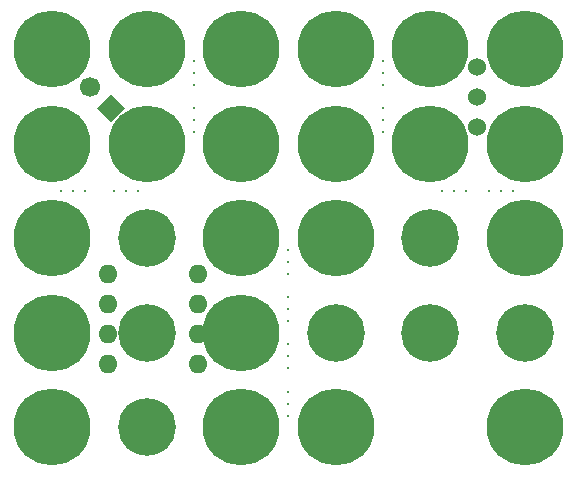
<source format=gbs>
G04 #@! TF.FileFunction,Soldermask,Bot*
%FSLAX46Y46*%
G04 Gerber Fmt 4.6, Leading zero omitted, Abs format (unit mm)*
G04 Created by KiCad (PCBNEW (2015-08-15 BZR 6092)-product) date 2/25/2016 10:40:52 PM*
%MOMM*%
G01*
G04 APERTURE LIST*
%ADD10C,0.100000*%
%ADD11C,1.700000*%
%ADD12C,6.500000*%
%ADD13C,4.876800*%
%ADD14O,1.600000X1.600000*%
%ADD15C,1.524000*%
%ADD16C,0.330200*%
G04 APERTURE END LIST*
D10*
G36*
X134000000Y-27797918D02*
X135202082Y-29000000D01*
X134000000Y-30202082D01*
X132797918Y-29000000D01*
X134000000Y-27797918D01*
X134000000Y-27797918D01*
G37*
D11*
X132203949Y-27203949D03*
D12*
X153000000Y-40000000D03*
D13*
X137000000Y-40000000D03*
D12*
X129000000Y-40000000D03*
X145000000Y-56000000D03*
X129000000Y-56000000D03*
X145000000Y-40000000D03*
D13*
X137000000Y-48000000D03*
X137000000Y-56000000D03*
D14*
X133750000Y-43000000D03*
X133750000Y-45540000D03*
X133750000Y-48080000D03*
X133750000Y-50620000D03*
X141370000Y-50620000D03*
X141370000Y-48080000D03*
X141370000Y-45540000D03*
X141370000Y-43000000D03*
D13*
X153000000Y-48000000D03*
X161000000Y-48000000D03*
D12*
X161000000Y-32000000D03*
X161000000Y-24000000D03*
X169000000Y-32000000D03*
X169000000Y-24000000D03*
D13*
X161000000Y-40000000D03*
X169000000Y-48000000D03*
D12*
X153000000Y-56000000D03*
D15*
X165000000Y-28000000D03*
X165000000Y-25460000D03*
X165000000Y-30540000D03*
D16*
X149000000Y-55016000D03*
X149000000Y-52984000D03*
X149000000Y-54000000D03*
X149000000Y-51016000D03*
X149000000Y-48984000D03*
X149000000Y-50000000D03*
X149000000Y-47016000D03*
X149000000Y-44984000D03*
X149000000Y-46000000D03*
X149000000Y-43016000D03*
X149000000Y-40984000D03*
X149000000Y-42000000D03*
D12*
X137000000Y-24000000D03*
X137000000Y-32000000D03*
X129000000Y-32000000D03*
X129000000Y-24000000D03*
X145000000Y-32000000D03*
X145000000Y-24000000D03*
X153000000Y-32000000D03*
X153000000Y-24000000D03*
D16*
X129734000Y-36000000D03*
X131766000Y-36000000D03*
X130750000Y-36000000D03*
X134234000Y-36000000D03*
X136266000Y-36000000D03*
X135250000Y-36000000D03*
X161984000Y-36000000D03*
X164016000Y-36000000D03*
X163000000Y-36000000D03*
X165984000Y-36000000D03*
X168016000Y-36000000D03*
X167000000Y-36000000D03*
X157000000Y-27016000D03*
X157000000Y-24984000D03*
X157000000Y-26000000D03*
X157000000Y-31016000D03*
X157000000Y-28984000D03*
X157000000Y-30000000D03*
X141000000Y-27016000D03*
X141000000Y-24984000D03*
X141000000Y-26000000D03*
X141000000Y-31016000D03*
X141000000Y-28984000D03*
X141000000Y-30000000D03*
D12*
X169000000Y-40000000D03*
X169000000Y-56000000D03*
X145000000Y-48000000D03*
X129000000Y-48000000D03*
M02*

</source>
